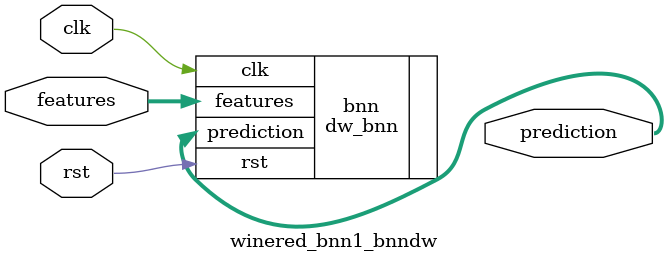
<source format=v>















module winered_bnn1_bnndw #(

parameter FEAT_CNT = 11,
parameter HIDDEN_CNT = 40,
parameter FEAT_BITS = 4,
parameter CLASS_CNT = 6,
parameter TEST_CNT = 1000


  ) (
  input clk,
  input rst,
  input [FEAT_CNT*FEAT_BITS-1:0] features,
  output [$clog2(CLASS_CNT)-1:0] prediction
  );

  localparam Weights0 = 440'b11101100111111100100101100110010011011110110111111101101011011000101100010011000011100010100101010010000111110001110100110011010100011010100001101110011000000011110001100111000111000000010110101110111101111111000101110110001010110011111100000101010011100101001111011101110111001010100110111000110111111000101110111100001000000011011111010111001101100001010010111011100011001101010110110010000011110100000101000110010000011100000000110011000 ;
  localparam Weights1 = 240'b101011110101010111101111010101000101111001101110110011111110010011110100100011101000101011111101111001010101001011000101101011100011011000100010000100100000001111000110100000011011100000011101001111010010001011110000001101110000010000111001 ;
  localparam Widths = 320'h07070707070607070706060706070707070707070707070707060707060707070706060707070707 ;

  dw_bnn #(.FEAT_CNT(FEAT_CNT),.FEAT_BITS(FEAT_BITS),.HIDDEN_CNT(HIDDEN_CNT),.CLASS_CNT(CLASS_CNT),.Weights0(Weights0),.Weights1(Weights1),
    .WIDTHS(Widths)) bnn (
    .clk(clk),
    .rst(rst),
    .features(features),
    .prediction(prediction)
  );

endmodule

</source>
